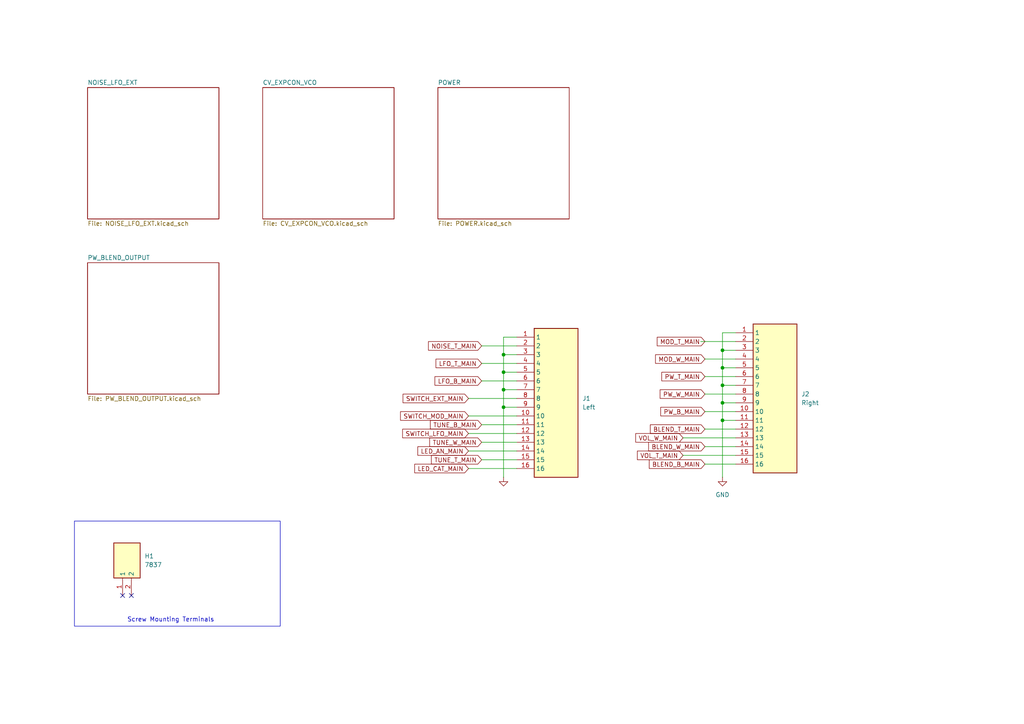
<source format=kicad_sch>
(kicad_sch (version 20250114) (generator "eeschema") (generator_version "9.0")
  (paper "A4")
  (lib_symbols
    (symbol "customlib:7837"
      (property "Reference" "H" (at 16.51 7.62 0))
      (property "Value" "7837" (at 16.51 5.08 0))
      (symbol "7837_1_1"
        (rectangle (start 5.08 2.54) (end 15.24 -5.08) (stroke (width 0.254)) (fill (type background)))
        (pin passive line (at 0 0 0) (length 5.08) (name "1") (number "1"))
        (pin passive line (at 0 -2.54 0) (length 5.08) (name "2") (number "2"))
      )
    )
    (symbol "customlib:HLW16R-2C7LF"
      (property "Reference" "J" (at 19.05 7.62 0))
      (property "Value" "HLW16R-2C7LF" (at 19.05 5.08 0))
      (symbol "HLW16R-2C7LF_1_1"
        (rectangle (start 5.08 2.54) (end 17.78 -40.64) (stroke (width 0.254)) (fill (type background)))
        (pin passive line (at 0 0 0) (length 5.08) (name "1") (number "1"))
        (pin passive line (at 0 -2.54 0) (length 5.08) (name "2") (number "2"))
        (pin passive line (at 0 -5.08 0) (length 5.08) (name "3") (number "3"))
        (pin passive line (at 0 -7.62 0) (length 5.08) (name "4") (number "4"))
        (pin passive line (at 0 -10.16 0) (length 5.08) (name "5") (number "5"))
        (pin passive line (at 0 -12.7 0) (length 5.08) (name "6") (number "6"))
        (pin passive line (at 0 -15.24 0) (length 5.08) (name "7") (number "7"))
        (pin passive line (at 0 -17.78 0) (length 5.08) (name "8") (number "8"))
        (pin passive line (at 0 -20.32 0) (length 5.08) (name "9") (number "9"))
        (pin passive line (at 0 -22.86 0) (length 5.08) (name "10") (number "10"))
        (pin passive line (at 0 -25.4 0) (length 5.08) (name "11") (number "11"))
        (pin passive line (at 0 -27.94 0) (length 5.08) (name "12") (number "12"))
        (pin passive line (at 0 -30.48 0) (length 5.08) (name "13") (number "13"))
        (pin passive line (at 0 -33.02 0) (length 5.08) (name "14") (number "14"))
        (pin passive line (at 0 -35.56 0) (length 5.08) (name "15") (number "15"))
        (pin passive line (at 0 -38.1 0) (length 5.08) (name "16") (number "16"))
      )
    )
    (symbol "power:GND" (power) (pin_numbers (hide yes)) (pin_names (offset 0) (hide yes))
      (property "Value" "GND" (at 0 -3.81 0))
      (symbol "GND_0_1"
        (polyline (pts (xy 0 0) (xy 0 -1.27) (xy 1.27 -1.27) (xy 0 -2.54) (xy -1.27 -1.27) (xy 0 -1.27)))
      )
      (symbol "GND_1_1"
        (pin power_in line (at 0 0 270) (length 0) (name "~") (number "1"))
      )
    )
  )
  (rectangle (start 21.59 151.13) (end 81.28 181.61))
  (text "Screw Mounting Terminals\n" (at 49.53 179.832 0) (effects (font (size 1.27 1.27))))
  (junction (at 146.05 107.95))
  (junction (at 146.05 118.11))
  (junction (at 209.55 101.6))
  (junction (at 209.55 111.76))
  (junction (at 146.05 113.03))
  (junction (at 209.55 106.68))
  (junction (at 209.55 121.92))
  (junction (at 209.55 116.84))
  (junction (at 146.05 102.87))
  (no_connect (at 38.1 172.72))
  (no_connect (at 35.56 172.72))
  (wire (pts (xy 135.89 120.65) (xy 149.86 120.65)))
  (wire (pts (xy 146.05 107.95) (xy 146.05 113.03)))
  (wire (pts (xy 209.55 121.92) (xy 209.55 138.43)))
  (wire (pts (xy 146.05 118.11) (xy 149.86 118.11)))
  (wire (pts (xy 146.05 97.79) (xy 146.05 102.87)))
  (wire (pts (xy 204.47 104.14) (xy 213.36 104.14)))
  (wire (pts (xy 204.47 124.46) (xy 213.36 124.46)))
  (wire (pts (xy 209.55 106.68) (xy 213.36 106.68)))
  (wire (pts (xy 209.55 96.52) (xy 209.55 101.6)))
  (wire (pts (xy 149.86 97.79) (xy 146.05 97.79)))
  (wire (pts (xy 209.55 101.6) (xy 209.55 106.68)))
  (wire (pts (xy 146.05 113.03) (xy 146.05 118.11)))
  (wire (pts (xy 146.05 113.03) (xy 149.86 113.03)))
  (wire (pts (xy 135.89 115.57) (xy 149.86 115.57)))
  (wire (pts (xy 135.89 135.89) (xy 149.86 135.89)))
  (wire (pts (xy 204.47 114.3) (xy 213.36 114.3)))
  (wire (pts (xy 209.55 116.84) (xy 213.36 116.84)))
  (wire (pts (xy 139.7 133.35) (xy 149.86 133.35)))
  (wire (pts (xy 198.12 127) (xy 213.36 127)))
  (wire (pts (xy 213.36 121.92) (xy 209.55 121.92)))
  (wire (pts (xy 135.89 130.81) (xy 149.86 130.81)))
  (wire (pts (xy 209.55 111.76) (xy 213.36 111.76)))
  (wire (pts (xy 204.47 129.54) (xy 213.36 129.54)))
  (wire (pts (xy 198.12 132.08) (xy 213.36 132.08)))
  (wire (pts (xy 209.55 116.84) (xy 209.55 121.92)))
  (wire (pts (xy 146.05 102.87) (xy 149.86 102.87)))
  (wire (pts (xy 139.7 105.41) (xy 149.86 105.41)))
  (wire (pts (xy 203.2 99.06) (xy 213.36 99.06)))
  (wire (pts (xy 209.55 111.76) (xy 209.55 116.84)))
  (wire (pts (xy 135.89 125.73) (xy 149.86 125.73)))
  (wire (pts (xy 209.55 106.68) (xy 209.55 111.76)))
  (wire (pts (xy 146.05 118.11) (xy 146.05 138.43)))
  (wire (pts (xy 209.55 101.6) (xy 213.36 101.6)))
  (wire (pts (xy 146.05 107.95) (xy 149.86 107.95)))
  (wire (pts (xy 139.7 100.33) (xy 149.86 100.33)))
  (wire (pts (xy 139.7 123.19) (xy 149.86 123.19)))
  (wire (pts (xy 139.7 110.49) (xy 149.86 110.49)))
  (wire (pts (xy 204.47 109.22) (xy 213.36 109.22)))
  (wire (pts (xy 204.47 119.38) (xy 213.36 119.38)))
  (wire (pts (xy 146.05 102.87) (xy 146.05 107.95)))
  (wire (pts (xy 204.47 134.62) (xy 213.36 134.62)))
  (wire (pts (xy 139.7 128.27) (xy 149.86 128.27)))
  (wire (pts (xy 213.36 96.52) (xy 209.55 96.52)))
  (global_label "TUNE_W_MAIN" (shape input) (at 139.7 128.27 180) (property "Intersheetrefs" "${INTERSHEET_REFS}" (effects (hide yes))))
  (global_label "SWITCH_MOD_MAIN" (shape input) (at 135.89 120.65 180) (property "Intersheetrefs" "${INTERSHEET_REFS}" (effects (hide yes))))
  (global_label "SWITCH_LFO_MAIN" (shape input) (at 135.89 125.73 180) (property "Intersheetrefs" "${INTERSHEET_REFS}" (effects (hide yes))))
  (global_label "MOD_W_MAIN" (shape input) (at 204.47 104.14 180) (property "Intersheetrefs" "${INTERSHEET_REFS}" (effects (hide yes))))
  (global_label "MOD_T_MAIN" (shape input) (at 204.47 99.06 180) (property "Intersheetrefs" "${INTERSHEET_REFS}" (effects (hide yes))))
  (global_label "VOL_W_MAIN" (shape input) (at 198.12 127 180) (property "Intersheetrefs" "${INTERSHEET_REFS}" (effects (hide yes))))
  (global_label "LED_CAT_MAIN" (shape input) (at 135.89 135.89 180) (property "Intersheetrefs" "${INTERSHEET_REFS}" (effects (hide yes))))
  (global_label "PW_W_MAIN" (shape input) (at 204.47 114.3 180) (property "Intersheetrefs" "${INTERSHEET_REFS}" (effects (hide yes))))
  (global_label "VOL_T_MAIN" (shape input) (at 198.12 132.08 180) (property "Intersheetrefs" "${INTERSHEET_REFS}" (effects (hide yes))))
  (global_label "NOISE_T_MAIN" (shape input) (at 139.7 100.33 180) (property "Intersheetrefs" "${INTERSHEET_REFS}" (effects (hide yes))))
  (global_label "PW_B_MAIN" (shape input) (at 204.47 119.38 180) (property "Intersheetrefs" "${INTERSHEET_REFS}" (effects (hide yes))))
  (global_label "PW_T_MAIN" (shape input) (at 204.47 109.22 180) (property "Intersheetrefs" "${INTERSHEET_REFS}" (effects (hide yes))))
  (global_label "LFO_B_MAIN" (shape input) (at 139.7 110.49 180) (property "Intersheetrefs" "${INTERSHEET_REFS}" (effects (hide yes))))
  (global_label "BLEND_T_MAIN" (shape input) (at 204.47 124.46 180) (property "Intersheetrefs" "${INTERSHEET_REFS}" (effects (hide yes))))
  (global_label "BLEND_W_MAIN" (shape input) (at 204.47 129.54 180) (property "Intersheetrefs" "${INTERSHEET_REFS}" (effects (hide yes))))
  (global_label "LFO_T_MAIN" (shape input) (at 139.7 105.41 180) (property "Intersheetrefs" "${INTERSHEET_REFS}" (effects (hide yes))))
  (global_label "BLEND_B_MAIN" (shape input) (at 204.47 134.62 180) (property "Intersheetrefs" "${INTERSHEET_REFS}" (effects (hide yes))))
  (global_label "TUNE_T_MAIN" (shape input) (at 139.7 133.35 180) (property "Intersheetrefs" "${INTERSHEET_REFS}" (effects (hide yes))))
  (global_label "TUNE_B_MAIN" (shape input) (at 139.7 123.19 180) (property "Intersheetrefs" "${INTERSHEET_REFS}" (effects (hide yes))))
  (global_label "LED_AN_MAIN" (shape input) (at 135.89 130.81 180) (property "Intersheetrefs" "${INTERSHEET_REFS}" (effects (hide yes))))
  (global_label "SWITCH_EXT_MAIN" (shape input) (at 135.89 115.57 180) (property "Intersheetrefs" "${INTERSHEET_REFS}" (effects (hide yes))))
  (symbol (lib_id "customlib:7837") (at 35.56 172.72 90) (unit 1)
    (property "Reference" "H1" (at 41.91 161.2899 90) (effects (justify right)))
    (property "Value" "7837" (at 41.91 163.8299 90) (effects (justify right)))
    (property "Footprint" "7837" (effects (hide yes)))
    (property "Datasheet" "https://www.keyelco.com/product-pdf.cfm?p=14494" (effects (hide yes)))
    (property "Description" "Terminals SlimLine Vertical Screw Terminal" (effects (hide yes)))
    (property "Height" "10.95" (effects (hide yes)))
    (property "Mouser Part Number" "534-7837" (effects (hide yes)))
    (property "Mouser Price/Stock" "https://www.mouser.co.uk/ProductDetail/Keystone-Electronics/7837?qs=vLWxofP3U2zNCcxjFtTtFg%3D%3D" (effects (hide yes)))
    (property "Manufacturer_Name" "Keystone Electronics" (effects (hide yes)))
    (property "Manufacturer_Part_Number" "7837" (effects (hide yes)))
  )
  (symbol (lib_id "customlib:HLW16R-2C7LF") (at 213.36 96.52 0) (unit 1)
    (property "Reference" "J2" (at 232.41 114.2999 0) (effects (justify left)))
    (property "Value" "Right" (at 232.41 116.8399 0) (effects (justify left)))
    (property "Footprint" "HLW16R2C7LF" (effects (hide yes)))
    (property "Datasheet" "https://cdn.amphenol-cs.com/media/wysiwyg/files/drawing/hlw01lf.pdf" (effects (hide yes)))
    (property "Description" "FFC & FPC Connectors 1.00mm Flex Connectors, HLW-R series, 16 Position, Side Entry Non-ZIF Connector, 1mm (0.039inch) Pitch, Kinked Terminal" (effects (hide yes)))
    (property "Height" "4.1" (effects (hide yes)))
    (property "Mouser Part Number" "649-HLW16R-2C7LF" (effects (hide yes)))
    (property "Mouser Price/Stock" "https://www.mouser.co.uk/ProductDetail/Amphenol-FCI/HLW16R-2C7LF?qs=1Qbx6cv8UfXed2WxfKfS6A%3D%3D" (effects (hide yes)))
    (property "Manufacturer_Name" "Amphenol" (effects (hide yes)))
    (property "Manufacturer_Part_Number" "HLW16R-2C7LF" (effects (hide yes)))
  )
  (symbol (lib_id "power:GND") (at 209.55 138.43 0) (unit 1)
    (property "Reference" "#PWR02" (effects (hide yes)))
    (property "Value" "GND" (at 209.55 143.51 0))
    (property "Description" "Power symbol creates a global label with name \"GND\" , ground" (effects (hide yes)))
  )
  (symbol (lib_id "customlib:HLW16R-2C7LF") (at 149.86 97.79 0) (unit 1)
    (property "Reference" "J1" (at 168.91 115.5699 0) (effects (justify left)))
    (property "Value" "Left" (at 168.91 118.1099 0) (effects (justify left)))
    (property "Footprint" "HLW16R2C7LF" (effects (hide yes)))
    (property "Datasheet" "https://cdn.amphenol-cs.com/media/wysiwyg/files/drawing/hlw01lf.pdf" (effects (hide yes)))
    (property "Description" "FFC & FPC Connectors 1.00mm Flex Connectors, HLW-R series, 16 Position, Side Entry Non-ZIF Connector, 1mm (0.039inch) Pitch, Kinked Terminal" (effects (hide yes)))
    (property "Height" "4.1" (effects (hide yes)))
    (property "Mouser Part Number" "649-HLW16R-2C7LF" (effects (hide yes)))
    (property "Mouser Price/Stock" "https://www.mouser.co.uk/ProductDetail/Amphenol-FCI/HLW16R-2C7LF?qs=1Qbx6cv8UfXed2WxfKfS6A%3D%3D" (effects (hide yes)))
    (property "Manufacturer_Name" "Amphenol" (effects (hide yes)))
    (property "Manufacturer_Part_Number" "HLW16R-2C7LF" (effects (hide yes)))
  )
  (symbol (lib_id "power:GND") (at 146.05 138.43 0) (unit 1)
    (property "Reference" "#PWR01" (effects (hide yes)))
    (property "Value" "GND" (effects (hide yes)))
    (property "Description" "Power symbol creates a global label with name \"GND\" , ground" (effects (hide yes)))
  )
  (sheet (at 25.4 25.4) (size 38.1 38.1)
    (property "Sheetname" "NOISE_LFO_EXT" (at 25.4 24.6884 0) (effects (justify left bottom)))
    (property "Sheetfile" "NOISE_LFO_EXT.kicad_sch" (at 25.4 64.0846 0) (effects (justify left top)))
  )
  (sheet (at 76.2 25.4) (size 38.1 38.1)
    (property "Sheetname" "CV_EXPCON_VCO" (at 76.2 24.6884 0) (effects (justify left bottom)))
    (property "Sheetfile" "CV_EXPCON_VCO.kicad_sch" (at 76.2 64.0846 0) (effects (justify left top)))
  )
  (sheet (at 25.4 76.2) (size 38.1 38.1)
    (property "Sheetname" "PW_BLEND_OUTPUT" (at 25.4 75.4884 0) (effects (justify left bottom)))
    (property "Sheetfile" "PW_BLEND_OUTPUT.kicad_sch" (at 25.4 114.8846 0) (effects (justify left top)))
  )
  (sheet (at 127 25.4) (size 38.1 38.1)
    (property "Sheetname" "POWER" (at 127 24.6884 0) (effects (justify left bottom)))
    (property "Sheetfile" "POWER.kicad_sch" (at 127 64.0846 0) (effects (justify left top)))
  )
)
</source>
